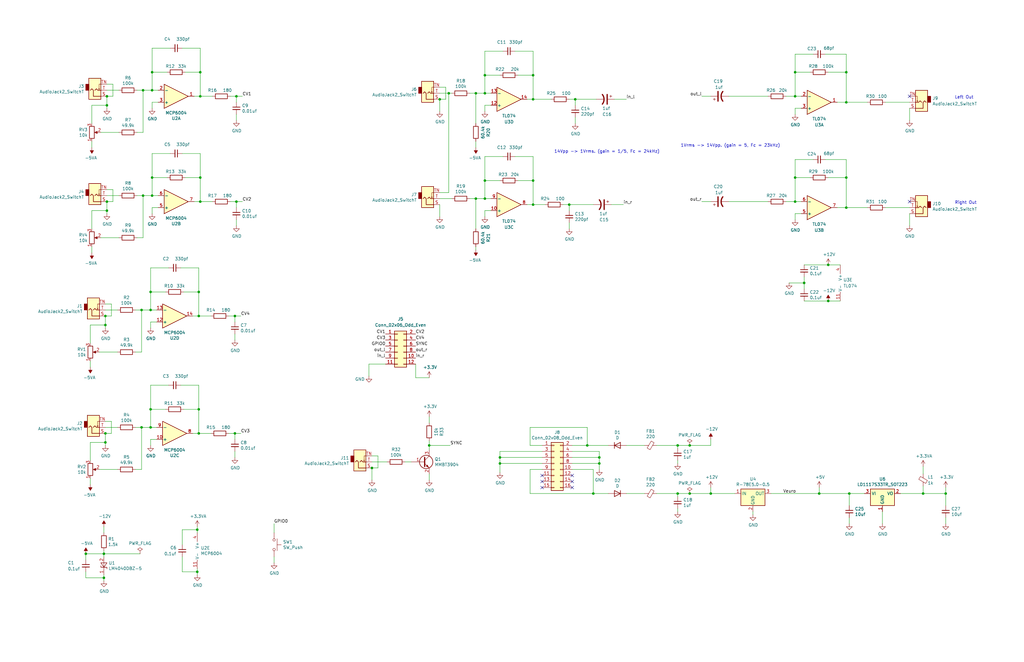
<source format=kicad_sch>
(kicad_sch (version 20230121) (generator eeschema)
  (paper "B")
  (title_block (title "S3GTA") (date "2023-09-04") (rev "v0.2"))
  (junction (at 63.5 123.19))
  (junction (at 290.83 187.96))
  (junction (at 83.185 223.52))
  (junction (at 84.455 74.93))
  (junction (at 180.975 187.96))
  (junction (at 398.78 208.28))
  (junction (at 335.28 74.93))
  (junction (at 60.325 82.55))
  (junction (at 224.79 76.2))
  (junction (at 335.28 85.09))
  (junction (at 99.695 85.09))
  (junction (at 335.28 30.48))
  (junction (at 204.47 83.82))
  (junction (at 44.45 137.16))
  (junction (at 63.5 130.81))
  (junction (at 356.87 43.18))
  (junction (at 204.47 39.37))
  (junction (at 204.47 76.2))
  (junction (at 299.72 208.28))
  (junction (at 44.45 133.35))
  (junction (at 339.09 119.38))
  (junction (at 44.45 182.88))
  (junction (at 210.82 195.58))
  (junction (at 242.57 41.91))
  (junction (at 45.085 85.09))
  (junction (at 45.085 88.9))
  (junction (at 63.5 180.34))
  (junction (at 99.06 133.35))
  (junction (at 99.695 40.64))
  (junction (at 240.03 86.36))
  (junction (at 64.135 38.1))
  (junction (at 84.455 85.09))
  (junction (at 285.75 187.96))
  (junction (at 290.83 208.28))
  (junction (at 84.455 30.48))
  (junction (at 224.79 31.75))
  (junction (at 99.06 182.88))
  (junction (at 224.79 41.91))
  (junction (at 356.87 30.48))
  (junction (at 83.185 241.3))
  (junction (at 210.82 193.04))
  (junction (at 224.79 86.36))
  (junction (at 64.135 82.55))
  (junction (at 345.44 208.28))
  (junction (at 356.87 87.63))
  (junction (at 63.5 172.72))
  (junction (at 83.82 172.72))
  (junction (at 45.085 44.45))
  (junction (at 349.25 111.76))
  (junction (at 45.085 40.64))
  (junction (at 389.255 208.28))
  (junction (at 44.45 186.69))
  (junction (at 358.14 208.28))
  (junction (at 83.82 123.19))
  (junction (at 200.66 83.82))
  (junction (at 84.455 40.64))
  (junction (at 43.815 243.84))
  (junction (at 43.815 233.68))
  (junction (at 285.75 208.28))
  (junction (at 59.69 130.81))
  (junction (at 64.135 74.93))
  (junction (at 252.73 195.58))
  (junction (at 83.82 133.35))
  (junction (at 349.25 127))
  (junction (at 204.47 31.75))
  (junction (at 247.65 187.96))
  (junction (at 64.135 30.48))
  (junction (at 356.87 74.93))
  (junction (at 36.195 233.68))
  (junction (at 59.69 180.34))
  (junction (at 83.82 182.88))
  (junction (at 250.19 208.28))
  (junction (at 189.23 39.37))
  (junction (at 60.325 38.1))
  (junction (at 200.66 39.37))
  (junction (at 156.845 197.485))
  (junction (at 335.28 40.64))
  (junction (at 252.73 193.04))
  (junction (at 185.42 41.91))
  (no_connect (at 241.3 203.2))
  (no_connect (at 228.6 205.74))
  (no_connect (at 241.3 205.74))
  (no_connect (at 228.6 203.2))
  (no_connect (at 383.54 40.64))
  (no_connect (at 383.54 85.09))
  (no_connect (at 228.6 200.66))
  (no_connect (at 241.3 200.66))
  (wire (pts (xy 339.09 127) (xy 349.25 127)))
  (wire (pts (xy 185.42 81.28) (xy 189.23 81.28)))
  (wire (pts (xy 217.17 21.59) (xy 224.79 21.59)))
  (wire (pts (xy 156.845 197.485) (xy 156.845 202.565)))
  (wire (pts (xy 115.57 220.98) (xy 115.57 224.79)))
  (wire (pts (xy 185.42 36.83) (xy 187.96 36.83)))
  (wire (pts (xy 78.105 74.93) (xy 84.455 74.93)))
  (wire (pts (xy 84.455 64.77) (xy 84.455 74.93)))
  (wire (pts (xy 45.085 82.55) (xy 50.165 82.55)))
  (wire (pts (xy 356.87 87.63) (xy 365.76 87.63)))
  (wire (pts (xy 60.325 55.88) (xy 60.325 38.1)))
  (wire (pts (xy 45.085 35.56) (xy 47.625 35.56)))
  (wire (pts (xy 170.815 194.945) (xy 173.355 194.945)))
  (wire (pts (xy 224.79 86.36) (xy 229.87 86.36)))
  (wire (pts (xy 345.44 208.28) (xy 345.44 205.74)))
  (wire (pts (xy 241.3 198.12) (xy 250.19 198.12)))
  (wire (pts (xy 64.135 20.32) (xy 64.135 30.48)))
  (wire (pts (xy 372.11 220.98) (xy 372.11 215.9)))
  (wire (pts (xy 46.99 177.8) (xy 46.99 182.88)))
  (wire (pts (xy 200.66 62.23) (xy 200.66 59.69)))
  (wire (pts (xy 44.45 133.35) (xy 44.45 137.16)))
  (wire (pts (xy 83.185 223.52) (xy 76.835 223.52)))
  (wire (pts (xy 257.81 86.36) (xy 262.89 86.36)))
  (wire (pts (xy 76.835 223.52) (xy 76.835 229.87)))
  (wire (pts (xy 398.78 218.44) (xy 398.78 220.98)))
  (wire (pts (xy 84.455 74.93) (xy 84.455 85.09)))
  (wire (pts (xy 224.79 86.36) (xy 222.25 86.36)))
  (wire (pts (xy 83.82 123.19) (xy 83.82 133.35)))
  (wire (pts (xy 228.6 198.12) (xy 223.52 198.12)))
  (wire (pts (xy 57.15 180.34) (xy 59.69 180.34)))
  (wire (pts (xy 76.835 64.77) (xy 84.455 64.77)))
  (wire (pts (xy 241.3 193.04) (xy 252.73 193.04)))
  (wire (pts (xy 43.815 224.79) (xy 43.815 222.25)))
  (wire (pts (xy 83.82 113.03) (xy 83.82 123.19)))
  (wire (pts (xy 60.325 100.33) (xy 60.325 82.55)))
  (wire (pts (xy 63.5 185.42) (xy 63.5 187.96)))
  (wire (pts (xy 57.785 38.1) (xy 60.325 38.1)))
  (wire (pts (xy 317.5 215.9) (xy 317.5 217.17)))
  (wire (pts (xy 252.73 193.04) (xy 252.73 195.58)))
  (wire (pts (xy 252.73 195.58) (xy 252.73 198.12)))
  (wire (pts (xy 99.06 182.88) (xy 101.6 182.88)))
  (wire (pts (xy 57.785 82.55) (xy 60.325 82.55)))
  (wire (pts (xy 207.01 88.9) (xy 204.47 88.9)))
  (wire (pts (xy 383.54 90.17) (xy 383.54 95.25)))
  (wire (pts (xy 38.735 44.45) (xy 38.735 52.07)))
  (wire (pts (xy 99.695 85.09) (xy 102.235 85.09)))
  (wire (pts (xy 276.86 208.28) (xy 285.75 208.28)))
  (wire (pts (xy 76.2 162.56) (xy 83.82 162.56)))
  (wire (pts (xy 45.085 88.9) (xy 45.085 90.17)))
  (wire (pts (xy 66.04 135.89) (xy 63.5 135.89)))
  (wire (pts (xy 59.69 148.59) (xy 59.69 130.81)))
  (wire (pts (xy 57.15 148.59) (xy 59.69 148.59)))
  (wire (pts (xy 46.99 128.27) (xy 46.99 133.35)))
  (wire (pts (xy 47.625 80.01) (xy 47.625 85.09)))
  (wire (pts (xy 250.19 208.28) (xy 250.19 198.12)))
  (wire (pts (xy 57.785 55.88) (xy 60.325 55.88)))
  (wire (pts (xy 341.63 30.48) (xy 335.28 30.48)))
  (wire (pts (xy 83.82 172.72) (xy 83.82 182.88)))
  (wire (pts (xy 347.98 22.86) (xy 356.87 22.86)))
  (wire (pts (xy 200.66 52.07) (xy 200.66 39.37)))
  (wire (pts (xy 224.79 76.2) (xy 224.79 86.36)))
  (wire (pts (xy 180.975 175.895) (xy 180.975 178.435)))
  (wire (pts (xy 373.38 87.63) (xy 383.54 87.63)))
  (wire (pts (xy 155.575 153.67) (xy 155.575 158.75)))
  (wire (pts (xy 224.79 31.75) (xy 224.79 41.91)))
  (wire (pts (xy 335.28 90.17) (xy 335.28 92.71)))
  (wire (pts (xy 59.69 198.12) (xy 59.69 180.34)))
  (wire (pts (xy 212.09 66.04) (xy 204.47 66.04)))
  (wire (pts (xy 185.42 39.37) (xy 189.23 39.37)))
  (wire (pts (xy 63.5 172.72) (xy 63.5 180.34)))
  (wire (pts (xy 44.45 180.34) (xy 49.53 180.34)))
  (wire (pts (xy 83.185 241.3) (xy 76.835 241.3)))
  (wire (pts (xy 285.75 194.31) (xy 285.75 195.58)))
  (wire (pts (xy 45.085 88.9) (xy 38.735 88.9)))
  (wire (pts (xy 44.45 137.16) (xy 38.1 137.16)))
  (wire (pts (xy 159.385 197.485) (xy 156.845 197.485)))
  (wire (pts (xy 64.135 74.93) (xy 64.135 82.55)))
  (wire (pts (xy 189.23 39.37) (xy 190.5 39.37)))
  (wire (pts (xy 335.28 45.72) (xy 335.28 48.26)))
  (wire (pts (xy 44.45 182.88) (xy 44.45 186.69)))
  (wire (pts (xy 38.735 59.69) (xy 38.735 62.23)))
  (wire (pts (xy 180.975 187.96) (xy 180.975 189.865)))
  (wire (pts (xy 38.1 137.16) (xy 38.1 144.78)))
  (wire (pts (xy 83.82 162.56) (xy 83.82 172.72)))
  (wire (pts (xy 358.14 208.28) (xy 364.49 208.28)))
  (wire (pts (xy 389.255 200.025) (xy 389.255 196.85)))
  (wire (pts (xy 84.455 40.64) (xy 89.535 40.64)))
  (wire (pts (xy 180.975 187.96) (xy 189.865 187.96)))
  (wire (pts (xy 83.185 242.57) (xy 83.185 241.3)))
  (wire (pts (xy 210.82 31.75) (xy 204.47 31.75)))
  (wire (pts (xy 99.695 95.25) (xy 99.695 92.71)))
  (wire (pts (xy 70.485 30.48) (xy 64.135 30.48)))
  (wire (pts (xy 83.82 133.35) (xy 88.9 133.35)))
  (wire (pts (xy 59.69 180.34) (xy 63.5 180.34)))
  (wire (pts (xy 285.75 187.96) (xy 290.83 187.96)))
  (wire (pts (xy 97.155 40.64) (xy 99.695 40.64)))
  (wire (pts (xy 349.25 74.93) (xy 356.87 74.93)))
  (wire (pts (xy 210.82 190.5) (xy 210.82 193.04)))
  (wire (pts (xy 204.47 39.37) (xy 207.01 39.37)))
  (wire (pts (xy 83.185 241.3) (xy 83.185 240.03)))
  (wire (pts (xy 36.195 236.22) (xy 36.195 233.68)))
  (wire (pts (xy 47.625 40.64) (xy 45.085 40.64)))
  (wire (pts (xy 38.735 88.9) (xy 38.735 96.52)))
  (wire (pts (xy 228.6 193.04) (xy 210.82 193.04)))
  (wire (pts (xy 76.835 20.32) (xy 84.455 20.32)))
  (wire (pts (xy 189.23 39.37) (xy 189.23 81.28)))
  (wire (pts (xy 63.5 123.19) (xy 63.5 130.81)))
  (wire (pts (xy 237.49 86.36) (xy 240.03 86.36)))
  (wire (pts (xy 223.52 180.34) (xy 247.65 180.34)))
  (wire (pts (xy 228.6 190.5) (xy 210.82 190.5)))
  (wire (pts (xy 242.57 52.07) (xy 242.57 49.53)))
  (wire (pts (xy 299.72 208.28) (xy 299.72 205.74)))
  (wire (pts (xy 224.79 41.91) (xy 222.25 41.91)))
  (wire (pts (xy 83.185 223.52) (xy 83.185 224.79)))
  (wire (pts (xy 335.28 85.09) (xy 337.82 85.09)))
  (wire (pts (xy 66.675 43.18) (xy 64.135 43.18)))
  (wire (pts (xy 217.17 66.04) (xy 224.79 66.04)))
  (wire (pts (xy 84.455 85.09) (xy 81.915 85.09)))
  (wire (pts (xy 325.12 208.28) (xy 345.44 208.28)))
  (wire (pts (xy 78.105 30.48) (xy 84.455 30.48)))
  (wire (pts (xy 99.06 143.51) (xy 99.06 140.97)))
  (wire (pts (xy 224.79 66.04) (xy 224.79 76.2)))
  (wire (pts (xy 210.82 76.2) (xy 204.47 76.2)))
  (wire (pts (xy 356.87 43.18) (xy 353.06 43.18)))
  (wire (pts (xy 358.14 220.98) (xy 358.14 218.44)))
  (wire (pts (xy 76.2 113.03) (xy 83.82 113.03)))
  (wire (pts (xy 96.52 182.88) (xy 99.06 182.88)))
  (wire (pts (xy 63.5 135.89) (xy 63.5 138.43)))
  (wire (pts (xy 64.135 82.55) (xy 66.675 82.55)))
  (wire (pts (xy 96.52 133.35) (xy 99.06 133.35)))
  (wire (pts (xy 187.96 36.83) (xy 187.96 41.91)))
  (wire (pts (xy 36.195 241.3) (xy 36.195 243.84)))
  (wire (pts (xy 64.135 64.77) (xy 64.135 74.93)))
  (wire (pts (xy 389.255 208.28) (xy 389.255 205.105)))
  (wire (pts (xy 295.91 40.64) (xy 299.72 40.64)))
  (wire (pts (xy 47.625 85.09) (xy 45.085 85.09)))
  (wire (pts (xy 356.87 67.31) (xy 356.87 74.93)))
  (wire (pts (xy 223.52 198.12) (xy 223.52 208.28)))
  (wire (pts (xy 259.08 41.91) (xy 264.16 41.91)))
  (wire (pts (xy 60.325 82.55) (xy 64.135 82.55)))
  (wire (pts (xy 185.42 86.36) (xy 185.42 91.44)))
  (wire (pts (xy 240.03 86.36) (xy 240.03 88.9)))
  (wire (pts (xy 66.675 87.63) (xy 64.135 87.63)))
  (wire (pts (xy 84.455 20.32) (xy 84.455 30.48)))
  (wire (pts (xy 349.25 30.48) (xy 356.87 30.48)))
  (wire (pts (xy 342.9 22.86) (xy 335.28 22.86)))
  (wire (pts (xy 38.1 201.93) (xy 38.1 204.47)))
  (wire (pts (xy 285.75 215.9) (xy 285.75 214.63)))
  (wire (pts (xy 200.66 105.41) (xy 200.66 104.14)))
  (wire (pts (xy 77.47 123.19) (xy 83.82 123.19)))
  (wire (pts (xy 347.98 67.31) (xy 356.87 67.31)))
  (wire (pts (xy 99.06 193.04) (xy 99.06 190.5)))
  (wire (pts (xy 76.835 241.3) (xy 76.835 234.95)))
  (wire (pts (xy 71.755 64.77) (xy 64.135 64.77)))
  (wire (pts (xy 204.47 76.2) (xy 204.47 83.82)))
  (wire (pts (xy 115.57 237.49) (xy 115.57 234.95)))
  (wire (pts (xy 264.16 208.28) (xy 271.78 208.28)))
  (wire (pts (xy 335.28 40.64) (xy 337.82 40.64)))
  (wire (pts (xy 84.455 30.48) (xy 84.455 40.64)))
  (wire (pts (xy 307.34 85.09) (xy 323.85 85.09)))
  (wire (pts (xy 354.33 111.76) (xy 349.25 111.76)))
  (wire (pts (xy 204.47 21.59) (xy 204.47 31.75)))
  (wire (pts (xy 264.16 187.96) (xy 271.78 187.96)))
  (wire (pts (xy 204.47 66.04) (xy 204.47 76.2)))
  (wire (pts (xy 290.83 187.96) (xy 299.72 187.96)))
  (wire (pts (xy 45.085 85.09) (xy 45.085 88.9)))
  (wire (pts (xy 38.1 186.69) (xy 38.1 194.31)))
  (wire (pts (xy 398.78 208.28) (xy 398.78 213.36)))
  (wire (pts (xy 228.6 187.96) (xy 223.52 187.96)))
  (wire (pts (xy 356.87 43.18) (xy 365.76 43.18)))
  (wire (pts (xy 180.975 186.055) (xy 180.975 187.96)))
  (wire (pts (xy 63.5 113.03) (xy 63.5 123.19)))
  (wire (pts (xy 335.28 22.86) (xy 335.28 30.48)))
  (wire (pts (xy 200.66 96.52) (xy 200.66 83.82)))
  (wire (pts (xy 64.135 38.1) (xy 66.675 38.1)))
  (wire (pts (xy 46.99 182.88) (xy 44.45 182.88)))
  (wire (pts (xy 242.57 41.91) (xy 242.57 44.45)))
  (wire (pts (xy 70.485 74.93) (xy 64.135 74.93)))
  (wire (pts (xy 218.44 31.75) (xy 224.79 31.75)))
  (wire (pts (xy 207.01 44.45) (xy 204.47 44.45)))
  (wire (pts (xy 59.69 130.81) (xy 63.5 130.81)))
  (wire (pts (xy 43.815 243.84) (xy 43.815 242.57)))
  (wire (pts (xy 240.03 41.91) (xy 242.57 41.91)))
  (wire (pts (xy 99.695 85.09) (xy 99.695 87.63)))
  (wire (pts (xy 299.72 208.28) (xy 309.88 208.28)))
  (wire (pts (xy 180.975 200.025) (xy 180.975 202.565)))
  (wire (pts (xy 99.695 40.64) (xy 102.235 40.64)))
  (wire (pts (xy 240.03 86.36) (xy 250.19 86.36)))
  (wire (pts (xy 63.5 162.56) (xy 63.5 172.72)))
  (wire (pts (xy 42.545 100.33) (xy 50.165 100.33)))
  (wire (pts (xy 198.12 83.82) (xy 200.66 83.82)))
  (wire (pts (xy 38.1 152.4) (xy 38.1 154.94)))
  (wire (pts (xy 57.15 130.81) (xy 59.69 130.81)))
  (wire (pts (xy 204.47 88.9) (xy 204.47 91.44)))
  (wire (pts (xy 69.85 123.19) (xy 63.5 123.19)))
  (wire (pts (xy 335.28 90.17) (xy 337.82 90.17)))
  (wire (pts (xy 97.155 85.09) (xy 99.695 85.09)))
  (wire (pts (xy 200.66 39.37) (xy 204.47 39.37)))
  (wire (pts (xy 342.9 67.31) (xy 335.28 67.31)))
  (wire (pts (xy 45.085 44.45) (xy 45.085 45.72)))
  (wire (pts (xy 84.455 40.64) (xy 81.915 40.64)))
  (wire (pts (xy 256.54 208.28) (xy 250.19 208.28)))
  (wire (pts (xy 252.73 190.5) (xy 252.73 193.04)))
  (wire (pts (xy 57.15 198.12) (xy 59.69 198.12)))
  (wire (pts (xy 99.06 133.35) (xy 101.6 133.35)))
  (wire (pts (xy 83.82 133.35) (xy 81.28 133.35)))
  (wire (pts (xy 218.44 76.2) (xy 224.79 76.2)))
  (wire (pts (xy 83.82 182.88) (xy 88.9 182.88)))
  (wire (pts (xy 83.185 222.25) (xy 83.185 223.52)))
  (wire (pts (xy 200.66 83.82) (xy 204.47 83.82)))
  (wire (pts (xy 285.75 208.28) (xy 290.83 208.28)))
  (wire (pts (xy 241.3 195.58) (xy 252.73 195.58)))
  (wire (pts (xy 185.42 83.82) (xy 190.5 83.82)))
  (wire (pts (xy 71.755 20.32) (xy 64.135 20.32)))
  (wire (pts (xy 356.87 22.86) (xy 356.87 30.48)))
  (wire (pts (xy 99.695 50.8) (xy 99.695 48.26)))
  (wire (pts (xy 212.09 21.59) (xy 204.47 21.59)))
  (wire (pts (xy 241.3 190.5) (xy 252.73 190.5)))
  (wire (pts (xy 398.78 205.74) (xy 398.78 208.28)))
  (wire (pts (xy 187.96 41.91) (xy 185.42 41.91)))
  (wire (pts (xy 36.195 243.84) (xy 43.815 243.84)))
  (wire (pts (xy 358.14 208.28) (xy 358.14 213.36)))
  (wire (pts (xy 285.75 187.96) (xy 285.75 189.23)))
  (wire (pts (xy 240.03 96.52) (xy 240.03 93.98)))
  (wire (pts (xy 335.28 45.72) (xy 337.82 45.72)))
  (wire (pts (xy 43.815 245.11) (xy 43.815 243.84)))
  (wire (pts (xy 155.575 153.67) (xy 162.56 153.67)))
  (wire (pts (xy 210.82 195.58) (xy 210.82 199.39)))
  (wire (pts (xy 224.79 21.59) (xy 224.79 31.75)))
  (wire (pts (xy 44.45 128.27) (xy 46.99 128.27)))
  (wire (pts (xy 379.73 208.28) (xy 389.255 208.28)))
  (wire (pts (xy 156.845 192.405) (xy 159.385 192.405)))
  (wire (pts (xy 204.47 83.82) (xy 207.01 83.82)))
  (wire (pts (xy 223.52 208.28) (xy 250.19 208.28)))
  (wire (pts (xy 60.325 38.1) (xy 64.135 38.1)))
  (wire (pts (xy 339.09 119.38) (xy 339.09 121.92)))
  (wire (pts (xy 64.135 43.18) (xy 64.135 45.72)))
  (wire (pts (xy 339.09 116.84) (xy 339.09 119.38)))
  (wire (pts (xy 373.38 43.18) (xy 383.54 43.18)))
  (wire (pts (xy 43.815 233.68) (xy 59.055 233.68)))
  (wire (pts (xy 247.65 180.34) (xy 247.65 187.96)))
  (wire (pts (xy 159.385 192.405) (xy 159.385 197.485)))
  (wire (pts (xy 335.28 74.93) (xy 335.28 85.09)))
  (wire (pts (xy 84.455 85.09) (xy 89.535 85.09)))
  (wire (pts (xy 276.86 187.96) (xy 285.75 187.96)))
  (wire (pts (xy 41.91 148.59) (xy 49.53 148.59)))
  (wire (pts (xy 204.47 31.75) (xy 204.47 39.37)))
  (wire (pts (xy 331.47 40.64) (xy 335.28 40.64)))
  (wire (pts (xy 45.085 38.1) (xy 50.165 38.1)))
  (wire (pts (xy 64.135 87.63) (xy 64.135 90.17)))
  (wire (pts (xy 228.6 195.58) (xy 210.82 195.58)))
  (wire (pts (xy 299.72 187.96) (xy 299.72 185.42)))
  (wire (pts (xy 44.45 186.69) (xy 38.1 186.69)))
  (wire (pts (xy 47.625 35.56) (xy 47.625 40.64)))
  (wire (pts (xy 223.52 187.96) (xy 223.52 180.34)))
  (wire (pts (xy 247.65 187.96) (xy 241.3 187.96)))
  (wire (pts (xy 383.54 45.72) (xy 383.54 50.8)))
  (wire (pts (xy 45.085 44.45) (xy 38.735 44.45)))
  (wire (pts (xy 349.25 127) (xy 354.33 127)))
  (wire (pts (xy 204.47 44.45) (xy 204.47 46.99)))
  (wire (pts (xy 63.5 130.81) (xy 66.04 130.81)))
  (wire (pts (xy 36.195 233.68) (xy 43.815 233.68)))
  (wire (pts (xy 44.45 177.8) (xy 46.99 177.8)))
  (wire (pts (xy 43.815 233.68) (xy 43.815 232.41)))
  (wire (pts (xy 335.28 30.48) (xy 335.28 40.64)))
  (wire (pts (xy 185.42 41.91) (xy 185.42 46.99)))
  (wire (pts (xy 339.09 119.38) (xy 332.74 119.38)))
  (wire (pts (xy 335.28 67.31) (xy 335.28 74.93)))
  (wire (pts (xy 356.87 74.93) (xy 356.87 87.63)))
  (wire (pts (xy 44.45 137.16) (xy 44.45 138.43)))
  (wire (pts (xy 63.5 180.34) (xy 66.04 180.34)))
  (wire (pts (xy 180.975 159.385) (xy 175.26 159.385)))
  (wire (pts (xy 389.255 208.28) (xy 398.78 208.28)))
  (wire (pts (xy 64.135 30.48) (xy 64.135 38.1)))
  (wire (pts (xy 41.91 198.12) (xy 49.53 198.12)))
  (wire (pts (xy 356.87 30.48) (xy 356.87 43.18)))
  (wire (pts (xy 175.26 159.385) (xy 175.26 153.67)))
  (wire (pts (xy 290.83 208.28) (xy 299.72 208.28)))
  (wire (pts (xy 83.82 182.88) (xy 81.28 182.88)))
  (wire (pts (xy 45.085 40.64) (xy 45.085 44.45)))
  (wire (pts (xy 44.45 130.81) (xy 49.53 130.81)))
  (wire (pts (xy 224.79 41.91) (xy 232.41 41.91)))
  (wire (pts (xy 57.785 100.33) (xy 60.325 100.33)))
  (wire (pts (xy 156.845 194.945) (xy 163.195 194.945)))
  (wire (pts (xy 210.82 193.04) (xy 210.82 195.58)))
  (wire (pts (xy 71.12 113.03) (xy 63.5 113.03)))
  (wire (pts (xy 198.12 39.37) (xy 200.66 39.37)))
  (wire (pts (xy 285.75 208.28) (xy 285.75 209.55)))
  (wire (pts (xy 247.65 187.96) (xy 256.54 187.96)))
  (wire (pts (xy 99.695 40.64) (xy 99.695 43.18)))
  (wire (pts (xy 331.47 85.09) (xy 335.28 85.09)))
  (wire (pts (xy 345.44 208.28) (xy 358.14 208.28)))
  (wire (pts (xy 66.04 185.42) (xy 63.5 185.42)))
  (wire (pts (xy 43.815 234.95) (xy 43.815 233.68)))
  (wire (pts (xy 356.87 87.63) (xy 353.06 87.63)))
  (wire (pts (xy 295.91 85.09) (xy 299.72 85.09)))
  (wire (pts (xy 69.85 172.72) (xy 63.5 172.72)))
  (wire (pts (xy 341.63 74.93) (xy 335.28 74.93)))
  (wire (pts (xy 77.47 172.72) (xy 83.82 172.72)))
  (wire (pts (xy 242.57 41.91) (xy 251.46 41.91)))
  (wire (pts (xy 99.06 133.35) (xy 99.06 135.89)))
  (wire (pts (xy 46.99 133.35) (xy 44.45 133.35)))
  (wire (pts (xy 42.545 55.88) (xy 50.165 55.88)))
  (wire (pts (xy 38.735 104.14) (xy 38.735 106.68)))
  (wire (pts (xy 44.45 186.69) (xy 44.45 187.96)))
  (wire (pts (xy 307.34 40.64) (xy 323.85 40.64)))
  (wire (pts (xy 349.25 111.76) (xy 339.09 111.76)))
  (wire (pts (xy 99.06 182.88) (xy 99.06 185.42)))
  (wire (pts (xy 45.085 80.01) (xy 47.625 80.01)))
  (wire (pts (xy 71.12 162.56) (xy 63.5 162.56)))
  (text "1Vrms -> 14Vpp. (gain = 5, Fc = 23kHz)" (at 287.02 62.23 0) (effects (font (size 1.27 1.27)) (justify left bottom)))
  (text "14Vpp -> 1Vrms. (gain = 1/5, Fc = 24kHz)" (at 233.68 64.77 0) (effects (font (size 1.27 1.27)) (justify left bottom)))
  (text "Right Out" (at 402.59 86.36 0) (effects (font (size 1.27 1.27)) (justify left bottom)))
  (text "Left Out" (at 402.59 41.91 0) (effects (font (size 1.27 1.27)) (justify left bottom)))
  (label "out_r" (at 295.91 85.09 180))
  (label "CV3" (at 162.56 143.51 180))
  (label "CV2" (at 175.26 140.97 0))
  (label "out_l" (at 295.91 40.64 180))
  (label "SYNC" (at 189.865 187.96 0))
  (label "in_l" (at 162.56 151.13 180))
  (label "CV1" (at 102.235 40.64 0))
  (label "out_r" (at 175.26 148.59 0))
  (label "CV4" (at 175.26 143.51 0))
  (label "CV4" (at 101.6 133.35 0))
  (label "CV3" (at 101.6 182.88 0))
  (label "GPIO0" (at 162.56 146.05 180))
  (label "in_r" (at 262.89 86.36 0))
  (label "GPIO0" (at 115.57 220.98 0))
  (label "in_l" (at 264.16 41.91 0))
  (label "Veuro" (at 330.2 208.28 0))
  (label "SYNC" (at 175.26 146.05 0))
  (label "CV1" (at 162.56 140.97 180))
  (label "out_l" (at 162.56 148.59 180))
  (label "CV2" (at 102.235 85.09 0))
  (label "in_r" (at 175.26 151.13 0))
  (symbol (lib_id "power:GND") (at 335.28 48.26 0) (unit 1)
    (property "Reference" "#PWR040" (effects hide))
    (property "Value" "GND" (at 335.407 52.6542 0))
  )
  (symbol (lib_id "Device:C_Small") (at 214.63 66.04 270) (unit 1)
    (property "Reference" "C12" (at 209.55 62.23 90) (effects (justify left)))
    (property "Value" "330pf" (at 214.63 62.23 90) (effects (justify left)))
    (property "Footprint" "Capacitor_SMD:C_0603_1608Metric" (effects hide))
  )
  (symbol (lib_id "Device:Q_NPN_BEC") (at 178.435 194.945 0) (unit 1)
    (property "Reference" "Q1" (at 183.2864 193.7766 0) (effects (justify left)))
    (property "Value" "MMBT3904" (at 183.2864 196.088 0) (effects (justify left)))
    (property "Footprint" "Package_TO_SOT_SMD:SOT-23" (effects hide))
    (property "JLC" "https://jlcpcb.com/partdetail/Goodwork-MMBT3904/C909754" (effects hide))
  )
  (symbol (lib_id "power:GND") (at 44.45 138.43 0) (unit 1)
    (property "Reference" "#PWR08" (effects hide))
    (property "Value" "GND" (at 44.577 142.8242 0))
  )
  (symbol (lib_id "power:+3.3VA") (at 389.255 196.85 0) (unit 1)
    (property "Reference" "#PWR050" (effects hide))
    (property "Value" "+3.3VA" (at 389.636 192.4558 0))
  )
  (symbol (lib_id "Device:C_Small") (at 73.66 113.03 270) (unit 1)
    (property "Reference" "C2" (at 68.58 109.22 90) (effects (justify left)))
    (property "Value" "330pf" (at 73.66 109.22 90) (effects (justify left)))
    (property "Footprint" "Capacitor_SMD:C_0603_1608Metric" (effects hide))
  )
  (symbol (lib_id "Connector_Generic:Conn_02x08_Odd_Even") (at 233.68 195.58 0) (unit 1)
    (property "Reference" "J8" (at 234.95 182.4482 0))
    (property "Value" "Conn_02x08_Odd_Even" (at 234.95 184.7596 0))
    (property "Footprint" "footprints:con16_2X8_S4_TEC" (effects hide))
  )
  (symbol (lib_id "power:GND") (at 64.135 90.17 0) (unit 1)
    (property "Reference" "#PWR015" (effects hide))
    (property "Value" "GND" (at 64.262 94.5642 0))
  )
  (symbol (lib_id "Connector_Audio:AudioJack2_SwitchT") (at 40.005 38.1 0) (mirror x) (unit 1)
    (property "Reference" "J3" (at 35.4584 36.3982 0) (effects (justify right)))
    (property "Value" "AudioJack2_SwitchT" (at 35.4584 38.7096 0) (effects (justify right)))
    (property "Footprint" "footprints:Jack_3.5mm_QingPu_WQP-PJ398SM_Vertical_CircularHoles" (effects hide))
  )
  (symbol (lib_id "power:GND") (at 155.575 158.75 0) (unit 1)
    (property "Reference" "#PWR022" (effects hide))
    (property "Value" "GND" (at 151.765 160.02 0))
  )
  (symbol (lib_id "Device:R") (at 53.975 55.88 270) (unit 1)
    (property "Reference" "R7" (at 53.975 50.6222 90))
    (property "Value" "49.9k" (at 53.975 52.9336 90))
    (property "Footprint" "Resistor_SMD:R_0603_1608Metric" (effects hide))
  )
  (symbol (lib_id "Connector_Audio:AudioJack2_SwitchT") (at 40.005 82.55 0) (mirror x) (unit 1)
    (property "Reference" "J4" (at 35.4584 80.8482 0) (effects (justify right)))
    (property "Value" "AudioJack2_SwitchT" (at 35.4584 83.1596 0) (effects (justify right)))
    (property "Footprint" "footprints:Jack_3.5mm_QingPu_WQP-PJ398SM_Vertical_CircularHoles" (effects hide))
  )
  (symbol (lib_id "power:+3.3V") (at 398.78 205.74 0) (unit 1)
    (property "Reference" "#PWR049" (effects hide))
    (property "Value" "+3.3V" (at 399.161 201.3458 0))
  )
  (symbol (lib_id "Device:C_Small") (at 76.835 232.41 0) (unit 1)
    (property "Reference" "C6" (at 71.755 231.14 0) (effects (justify left)))
    (property "Value" "0.1uf" (at 69.215 233.68 0) (effects (justify left)))
    (property "Footprint" "Capacitor_SMD:C_0603_1608Metric" (effects hide))
  )
  (symbol (lib_id "Device:R") (at 74.295 74.93 270) (unit 1)
    (property "Reference" "R13" (at 71.755 72.39 90))
    (property "Value" "33k" (at 76.835 72.39 90))
    (property "Footprint" "Resistor_SMD:R_0603_1608Metric" (effects hide))
  )
  (symbol (lib_id "Amplifier_Operational:MCP6004") (at 73.66 133.35 0) (mirror x) (unit 4)
    (property "Reference" "U2" (at 73.66 142.6718 0))
    (property "Value" "MCP6004" (at 73.66 140.3604 0))
    (property "Footprint" "Package_SO:SOIC-14_3.9x8.7mm_P1.27mm" (effects hide))
    (property "Datasheet" "http://www.ti.com/lit/ds/symlink/tl081.pdf" (effects hide))
  )
  (symbol (lib_id "power:GND") (at 398.78 220.98 0) (unit 1)
    (property "Reference" "#PWR051" (effects hide))
    (property "Value" "GND" (at 398.907 225.3742 0))
  )
  (symbol (lib_id "Device:R") (at 236.22 41.91 270) (unit 1)
    (property "Reference" "R25" (at 232.41 39.37 90))
    (property "Value" "100" (at 238.76 39.37 90))
    (property "Footprint" "Resistor_SMD:R_0603_1608Metric" (effects hide))
  )
  (symbol (lib_id "Device:R") (at 73.66 123.19 270) (unit 1)
    (property "Reference" "R10" (at 71.12 120.65 90))
    (property "Value" "33k" (at 76.2 120.65 90))
    (property "Footprint" "Resistor_SMD:R_0603_1608Metric" (effects hide))
  )
  (symbol (lib_id "power:GND") (at 383.54 95.25 0) (unit 1)
    (property "Reference" "#PWR048" (effects hide))
    (property "Value" "GND" (at 383.667 99.6442 0))
  )
  (symbol (lib_id "power:GND") (at 99.695 95.25 0) (unit 1)
    (property "Reference" "#PWR021" (effects hide))
    (property "Value" "GND" (at 99.822 99.6442 0))
  )
  (symbol (lib_id "Device:R") (at 327.66 85.09 270) (unit 1)
    (property "Reference" "R27" (at 325.12 82.55 90))
    (property "Value" "20k" (at 330.2 82.55 90))
    (property "Footprint" "Resistor_SMD:R_0603_1608Metric" (effects hide))
  )
  (symbol (lib_id "power:GND") (at 156.845 202.565 0) (unit 1)
    (property "Reference" "#PWR053" (effects hide))
    (property "Value" "GND" (at 156.972 206.9592 0))
  )
  (symbol (lib_id "Device:C_Polarized_US") (at 254 86.36 270) (unit 1)
    (property "Reference" "C15" (at 252.73 92.71 90) (effects (justify left)))
    (property "Value" "1uf" (at 252.73 90.17 90) (effects (justify left)))
    (property "Footprint" "Capacitor_SMD:CP_Elec_4x5.3" (effects hide))
  )
  (symbol (lib_id "power:GND") (at 99.695 50.8 0) (unit 1)
    (property "Reference" "#PWR020" (effects hide))
    (property "Value" "GND" (at 99.822 55.1942 0))
  )
  (symbol (lib_id "power:-5VA") (at 38.735 106.68 180) (unit 1)
    (property "Reference" "#PWR05" (effects hide))
    (property "Value" "-5VA" (at 38.354 111.0742 0))
  )
  (symbol (lib_id "Device:R") (at 74.295 30.48 270) (unit 1)
    (property "Reference" "R12" (at 71.755 27.94 90))
    (property "Value" "33k" (at 76.835 27.94 90))
    (property "Footprint" "Resistor_SMD:R_0603_1608Metric" (effects hide))
  )
  (symbol (lib_id "power:GND") (at 332.74 119.38 0) (unit 1)
    (property "Reference" "#PWR039" (effects hide))
    (property "Value" "GND" (at 332.867 123.7742 0))
  )
  (symbol (lib_id "power:+3.3V") (at 180.975 159.385 0) (unit 1)
    (property "Reference" "#PWR023" (effects hide))
    (property "Value" "+3.3V" (at 181.356 154.9908 0))
  )
  (symbol (lib_id "Device:C_Small") (at 99.695 90.17 0) (unit 1)
    (property "Reference" "C10" (at 102.0318 89.0016 0) (effects (justify left)))
    (property "Value" "0.01uf" (at 102.0318 91.313 0) (effects (justify left)))
    (property "Footprint" "Capacitor_SMD:C_0603_1608Metric" (effects hide))
  )
  (symbol (lib_id "Device:C_Small") (at 240.03 91.44 0) (unit 1)
    (property "Reference" "C13" (at 242.3668 90.2716 0) (effects (justify left)))
    (property "Value" "220pf" (at 242.3668 92.583 0) (effects (justify left)))
    (property "Footprint" "Capacitor_SMD:C_0603_1608Metric" (effects hide))
  )
  (symbol (lib_id "power:GND") (at 99.06 143.51 0) (unit 1)
    (property "Reference" "#PWR018" (effects hide))
    (property "Value" "GND" (at 99.187 147.9042 0))
  )
  (symbol (lib_id "Device:R_Potentiometer") (at 38.1 198.12 0) (mirror x) (unit 1)
    (property "Reference" "RV2" (at 36.322 196.9516 0) (effects (justify right)))
    (property "Value" "10k" (at 36.322 199.263 0) (effects (justify right)))
    (property "Footprint" "footprints:R0904N" (effects hide))
  )
  (symbol (lib_id "power:GND") (at 383.54 50.8 0) (unit 1)
    (property "Reference" "#PWR047" (effects hide))
    (property "Value" "GND" (at 383.667 55.1942 0))
  )
  (symbol (lib_id "Device:C_Small") (at 285.75 212.09 0) (unit 1)
    (property "Reference" "C18" (at 288.0868 210.9216 0) (effects (justify left)))
    (property "Value" "1uf" (at 288.0868 213.233 0) (effects (justify left)))
    (property "Footprint" "Capacitor_SMD:C_0603_1608Metric" (effects hide))
  )
  (symbol (lib_id "power:-12V") (at 349.25 127 0) (unit 1)
    (property "Reference" "#PWR044" (effects hide))
    (property "Value" "-12V" (at 349.631 122.6058 0))
  )
  (symbol (lib_id "Device:C_Small") (at 214.63 21.59 270) (unit 1)
    (property "Reference" "C11" (at 209.55 17.78 90) (effects (justify left)))
    (property "Value" "330pf" (at 214.63 17.78 90) (effects (justify left)))
    (property "Footprint" "Capacitor_SMD:C_0603_1608Metric" (effects hide))
  )
  (symbol (lib_id "Device:C_Polarized_US") (at 303.53 40.64 90) (unit 1)
    (property "Reference" "C19" (at 304.8 34.29 90) (effects (justify left)))
    (property "Value" "1uf" (at 304.8 36.83 90) (effects (justify left)))
    (property "Footprint" "Capacitor_SMD:CP_Elec_4x5.3" (effects hide))
  )
  (symbol (lib_id "Device:R") (at 43.815 228.6 180) (unit 1)
    (property "Reference" "R1" (at 45.593 227.4316 0) (effects (justify right)))
    (property "Value" "1.5k" (at 45.593 229.743 0) (effects (justify right)))
    (property "Footprint" "Resistor_SMD:R_0603_1608Metric" (effects hide))
  )
  (symbol (lib_id "Connector_Audio:AudioJack2_SwitchT") (at 180.34 39.37 0) (mirror x) (unit 1)
    (property "Reference" "J6" (at 175.7934 37.6682 0) (effects (justify right)))
    (property "Value" "AudioJack2_SwitchT" (at 175.7934 39.9796 0) (effects (justify right)))
    (property "Footprint" "footprints:Jack_3.5mm_QingPu_WQP-PJ398SM_Vertical_CircularHoles" (effects hide))
  )
  (symbol (lib_id "power:-5VA") (at 36.195 233.68 0) (unit 1)
    (property "Reference" "#PWR01" (effects hide))
    (property "Value" "-5VA" (at 36.576 229.2858 0))
  )
  (symbol (lib_id "power:GND") (at 372.11 220.98 0) (unit 1)
    (property "Reference" "#PWR046" (effects hide))
    (property "Value" "GND" (at 372.237 225.3742 0))
  )
  (symbol (lib_id "Device:C_Small") (at 339.09 124.46 0) (unit 1)
    (property "Reference" "C22" (at 341.4268 123.2916 0) (effects (justify left)))
    (property "Value" "0.1uf" (at 341.4268 125.603 0) (effects (justify left)))
    (property "Footprint" "Capacitor_SMD:C_0603_1608Metric" (effects hide))
  )
  (symbol (lib_id "power:GND") (at 358.14 220.98 0) (unit 1)
    (property "Reference" "#PWR045" (effects hide))
    (property "Value" "GND" (at 358.267 225.3742 0))
  )
  (symbol (lib_id "Connector_Audio:AudioJack2_SwitchT") (at 39.37 180.34 0) (mirror x) (unit 1)
    (property "Reference" "J2" (at 34.8234 178.6382 0) (effects (justify right)))
    (property "Value" "AudioJack2_SwitchT" (at 34.8234 180.9496 0) (effects (justify right)))
    (property "Footprint" "footprints:Jack_3.5mm_QingPu_WQP-PJ398SM_Vertical_CircularHoles" (effects hide))
  )
  (symbol (lib_id "Device:R_Potentiometer") (at 38.735 100.33 0) (mirror x) (unit 1)
    (property "Reference" "RV4" (at 36.957 99.1616 0) (effects (justify right)))
    (property "Value" "10k" (at 36.957 101.473 0) (effects (justify right)))
    (property "Footprint" "footprints:R0904N" (effects hide))
  )
  (symbol (lib_id "power:GND") (at 210.82 199.39 0) (unit 1)
    (property "Reference" "#PWR030" (effects hide))
    (property "Value" "GND" (at 210.947 203.7842 0))
  )
  (symbol (lib_id "Device:R") (at 369.57 43.18 270) (unit 1)
    (property "Reference" "R30" (at 367.03 40.64 90))
    (property "Value" "100" (at 372.11 40.64 90))
    (property "Footprint" "Resistor_SMD:R_0603_1608Metric" (effects hide))
  )
  (symbol (lib_id "power:GND") (at 43.815 245.11 0) (unit 1)
    (property "Reference" "#PWR07" (effects hide))
    (property "Value" "GND" (at 43.942 249.5042 0))
  )
  (symbol (lib_id "Device:R") (at 345.44 74.93 270) (unit 1)
    (property "Reference" "R29" (at 342.9 72.39 90))
    (property "Value" "100k" (at 349.25 72.39 90))
    (property "Footprint" "Resistor_SMD:R_0603_1608Metric" (effects hide))
  )
  (symbol (lib_id "Connector_Generic:Conn_02x06_Odd_Even") (at 167.64 146.05 0) (unit 1)
    (property "Reference" "J5" (at 168.91 134.62 0))
    (property "Value" "Conn_02x06_Odd_Even" (at 168.91 137.16 0))
    (property "Footprint" "Connector_PinSocket_2.54mm:PinSocket_2x06_P2.54mm_Vertical" (effects hide))
  )
  (symbol (lib_id "Amplifier_Operational:MCP6004") (at 85.725 232.41 0) (unit 5)
    (property "Reference" "U2" (at 84.6582 231.2416 0) (effects (justify left)))
    (property "Value" "MCP6004" (at 84.6582 233.553 0) (effects (justify left)))
    (property "Footprint" "Package_SO:SOIC-14_3.9x8.7mm_P1.27mm" (effects hide))
    (property "Datasheet" "http://www.ti.com/lit/ds/symlink/tl081.pdf" (effects hide))
  )
  (symbol (lib_id "power:PWR_FLAG") (at 290.83 187.96 0) (unit 1)
    (property "Reference" "#FLG02" (effects hide))
    (property "Value" "PWR_FLAG" (at 290.83 183.5658 0))
  )
  (symbol (lib_id "power:GND") (at 204.47 46.99 0) (unit 1)
    (property "Reference" "#PWR028" (effects hide))
    (property "Value" "GND" (at 204.597 51.3842 0))
  )
  (symbol (lib_id "Device:R") (at 53.34 198.12 270) (unit 1)
    (property "Reference" "R5" (at 53.34 192.8622 90))
    (property "Value" "49.9k" (at 53.34 195.1736 90))
    (property "Footprint" "Resistor_SMD:R_0603_1608Metric" (effects hide))
  )
  (symbol (lib_id "Connector_Audio:AudioJack2_SwitchT") (at 388.62 43.18 180) (unit 1)
    (property "Reference" "J9" (at 393.192 41.4782 0) (effects (justify right)))
    (property "Value" "AudioJack2_SwitchT" (at 393.192 43.7896 0) (effects (justify right)))
    (property "Footprint" "footprints:Jack_3.5mm_QingPu_WQP-PJ398SM_Vertical_CircularHoles" (effects hide))
  )
  (symbol (lib_id "Device:R") (at 345.44 30.48 270) (unit 1)
    (property "Reference" "R28" (at 342.9 27.94 90))
    (property "Value" "100k" (at 349.25 27.94 90))
    (property "Footprint" "Resistor_SMD:R_0603_1608Metric" (effects hide))
  )
  (symbol (lib_id "Device:C_Small") (at 99.695 45.72 0) (unit 1)
    (property "Reference" "C9" (at 102.0318 44.5516 0) (effects (justify left)))
    (property "Value" "0.01uf" (at 102.0318 46.863 0) (effects (justify left)))
    (property "Footprint" "Capacitor_SMD:C_0603_1608Metric" (effects hide))
  )
  (symbol (lib_id "Amplifier_Operational:TL074") (at 214.63 41.91 0) (mirror x) (unit 4)
    (property "Reference" "U3" (at 214.63 51.435 0))
    (property "Value" "TL074" (at 214.63 48.895 0))
    (property "Footprint" "Package_SO:SOIC-14_3.9x8.7mm_P1.27mm" (effects hide))
    (property "Datasheet" "http://www.ti.com/lit/ds/symlink/tl071.pdf" (effects hide))
  )
  (symbol (lib_id "Device:R") (at 327.66 40.64 270) (unit 1)
    (property "Reference" "R26" (at 325.12 38.1 90))
    (property "Value" "20k" (at 330.2 38.1 90))
    (property "Footprint" "Resistor_SMD:R_0603_1608Metric" (effects hide))
  )
  (symbol (lib_id "power:-12V") (at 299.72 185.42 0) (unit 1)
    (property "Reference" "#PWR036" (effects hide))
    (property "Value" "-12V" (at 300.101 181.0258 0))
  )
  (symbol (lib_id "power:GND") (at 204.47 91.44 0) (unit 1)
    (property "Reference" "#PWR029" (effects hide))
    (property "Value" "GND" (at 204.597 95.8342 0))
  )
  (symbol (lib_id "Device:C_Small") (at 358.14 215.9 0) (unit 1)
    (property "Reference" "C25" (at 360.4768 214.7316 0) (effects (justify left)))
    (property "Value" "10uf" (at 360.4768 217.043 0) (effects (justify left)))
    (property "Footprint" "Capacitor_SMD:C_0805_2012Metric" (effects hide))
  )
  (symbol (lib_id "power:GND") (at 185.42 91.44 0) (unit 1)
    (property "Reference" "#PWR025" (effects hide))
    (property "Value" "GND" (at 185.547 95.8342 0))
  )
  (symbol (lib_id "Device:R") (at 53.34 148.59 270) (unit 1)
    (property "Reference" "R3" (at 53.34 143.3322 90))
    (property "Value" "49.9k" (at 53.34 145.6436 90))
    (property "Footprint" "Resistor_SMD:R_0603_1608Metric" (effects hide))
  )
  (symbol (lib_id "power:GND") (at 63.5 187.96 0) (unit 1)
    (property "Reference" "#PWR013" (effects hide))
    (property "Value" "GND" (at 63.627 192.3542 0))
  )
  (symbol (lib_id "power:-5VA") (at 200.66 105.41 180) (unit 1)
    (property "Reference" "#PWR027" (effects hide))
    (property "Value" "-5VA" (at 200.279 109.8042 0))
  )
  (symbol (lib_id "Device:R") (at 233.68 86.36 270) (unit 1)
    (property "Reference" "R24" (at 229.87 83.82 90))
    (property "Value" "100" (at 236.22 83.82 90))
    (property "Footprint" "Resistor_SMD:R_0603_1608Metric" (effects hide))
  )
  (symbol (lib_id "Device:C_Small") (at 345.44 67.31 90) (unit 1)
    (property "Reference" "C24" (at 344.2716 64.9732 90) (effects (justify left)))
    (property "Value" "68pf" (at 351.79 64.77 90) (effects (justify left)))
    (property "Footprint" "Capacitor_SMD:C_0603_1608Metric" (effects hide))
  )
  (symbol (lib_id "Device:D") (at 260.35 208.28 180) (unit 1)
    (property "Reference" "D2" (at 260.35 202.7682 0))
    (property "Value" "D" (at 260.35 205.0796 0))
    (property "Footprint" "Diode_SMD:D_SMA" (effects hide))
    (property "Sim.Device" "D" (effects hide))
    (property "Sim.Pins" "1=K 2=A" (effects hide))
  )
  (symbol (lib_id "Amplifier_Operational:MCP6004") (at 73.66 182.88 0) (mirror x) (unit 3)
    (property "Reference" "U2" (at 73.66 192.2018 0))
    (property "Value" "MCP6004" (at 73.66 189.8904 0))
    (property "Footprint" "Package_SO:SOIC-14_3.9x8.7mm_P1.27mm" (effects hide))
    (property "Datasheet" "http://www.ti.com/lit/ds/symlink/tl081.pdf" (effects hide))
  )
  (symbol (lib_id "Device:C_Small") (at 99.06 138.43 0) (unit 1)
    (property "Reference" "C7" (at 101.3968 137.2616 0) (effects (justify left)))
    (property "Value" "0.01uf" (at 101.3968 139.573 0) (effects (justify left)))
    (property "Footprint" "Capacitor_SMD:C_0603_1608Metric" (effects hide))
  )
  (symbol (lib_id "power:-5VA") (at 38.1 204.47 180) (unit 1)
    (property "Reference" "#PWR03" (effects hide))
    (property "Value" "-5VA" (at 37.719 208.8642 0))
  )
  (symbol (lib_id "Device:C_Small") (at 99.06 187.96 0) (unit 1)
    (property "Reference" "C8" (at 101.3968 186.7916 0) (effects (justify left)))
    (property "Value" "0.01uf" (at 101.3968 189.103 0) (effects (justify left)))
    (property "Footprint" "Capacitor_SMD:C_0603_1608Metric" (effects hide))
  )
  (symbol (lib_id "Device:R") (at 92.71 182.88 270) (unit 1)
    (property "Reference" "R15" (at 88.9 180.34 90))
    (property "Value" "180" (at 95.25 180.34 90))
    (property "Footprint" "Resistor_SMD:R_0603_1608Metric" (effects hide))
  )
  (symbol (lib_id "power:-5VA") (at 200.66 62.23 180) (unit 1)
    (property "Reference" "#PWR026" (effects hide))
    (property "Value" "-5VA" (at 200.279 66.6242 0))
  )
  (symbol (lib_id "power:PWR_FLAG") (at 59.055 233.68 0) (unit 1)
    (property "Reference" "#FLG01" (effects hide))
    (property "Value" "PWR_FLAG" (at 59.055 229.2858 0))
  )
  (symbol (lib_id "Amplifier_Operational:TL074") (at 345.44 43.18 0) (mirror x) (unit 1)
    (property "Reference" "U3" (at 345.44 52.705 0))
    (property "Value" "TL074" (at 345.44 50.165 0))
    (property "Footprint" "Package_SO:SOIC-14_3.9x8.7mm_P1.27mm" (effects hide))
    (property "Datasheet" "http://www.ti.com/lit/ds/symlink/tl071.pdf" (effects hide))
  )
  (symbol (lib_id "Device:C_Small") (at 74.295 20.32 270) (unit 1)
    (property "Reference" "C4" (at 69.215 16.51 90) (effects (justify left)))
    (property "Value" "330pf" (at 74.295 16.51 90) (effects (justify left)))
    (property "Footprint" "Capacitor_SMD:C_0603_1608Metric" (effects hide))
  )
  (symbol (lib_id "Regulator_Linear:LD1117S33TR_SOT223") (at 372.11 208.28 0) (unit 1)
    (property "Reference" "U6" (at 372.11 202.1332 0))
    (property "Value" "LD1117S33TR_SOT223" (at 372.11 204.4446 0))
    (property "Footprint" "Package_TO_SOT_SMD:SOT-223-3_TabPin2" (effects hide))
    (property "Datasheet" "http://www.st.com/st-web-ui/static/active/en/resource/technical/document/datasheet/CD00000544.pdf" (effects hide))
  )
  (symbol (lib_id "Device:R_Potentiometer") (at 38.1 148.59 0) (mirror x) (unit 1)
    (property "Reference" "RV1" (at 36.322 147.4216 0) (effects (justify right)))
    (property "Value" "10k" (at 36.322 149.733 0) (effects (justify right)))
    (property "Footprint" "footprints:R0904N" (effects hide))
  )
  (symbol (lib_id "Device:R") (at 214.63 31.75 270) (unit 1)
    (property "Reference" "R22" (at 210.82 29.21 90))
    (property "Value" "20k" (at 217.17 29.21 90))
    (property "Footprint" "Resistor_SMD:R_0603_1608Metric" (effects hide))
  )
  (symbol (lib_id "Amplifier_Operational:TL074") (at 345.44 87.63 0) (mirror x) (unit 2)
    (property "Reference" "U3" (at 345.44 97.155 0))
    (property "Value" "TL074" (at 345.44 94.615 0))
    (property "Footprint" "Package_SO:SOIC-14_3.9x8.7mm_P1.27mm" (effects hide))
    (property "Datasheet" "http://www.ti.com/lit/ds/symlink/tl071.pdf" (effects hide))
  )
  (symbol (lib_id "Device:C_Small") (at 285.75 191.77 0) (unit 1)
    (property "Reference" "C17" (at 288.0868 190.6016 0) (effects (justify left)))
    (property "Value" "1uf" (at 288.0868 192.913 0) (effects (justify left)))
    (property "Footprint" "Capacitor_SMD:C_0603_1608Metric" (effects hide))
  )
  (symbol (lib_id "Device:FerriteBead_Small") (at 274.32 208.28 270) (unit 1)
    (property "Reference" "FB2" (at 274.32 202.2602 90))
    (property "Value" "220" (at 274.32 204.5716 90))
    (property "Footprint" "Inductor_SMD:L_0805_2012Metric" (effects hide))
  )
  (symbol (lib_id "Connector:AudioJack2_SwitchT") (at 151.765 194.945 0) (mirror x) (unit 1)
    (property "Reference" "J11" (at 147.2184 193.2432 0) (effects (justify right)))
    (property "Value" "AudioJack2_SwitchT" (at 147.2184 195.5546 0) (effects (justify right)))
    (property "Footprint" "footprints:Jack_3.5mm_QingPu_WQP-PJ398SM_Vertical_CircularHoles" (effects hide))
  )
  (symbol (lib_id "Device:R") (at 194.31 83.82 270) (unit 1)
    (property "Reference" "R19" (at 194.31 78.5622 90))
    (property "Value" "100k" (at 194.31 80.8736 90))
    (property "Footprint" "Resistor_SMD:R_0603_1608Metric" (effects hide))
  )
  (symbol (lib_id "power:GND") (at 335.28 92.71 0) (unit 1)
    (property "Reference" "#PWR041" (effects hide))
    (property "Value" "GND" (at 335.407 97.1042 0))
  )
  (symbol (lib_id "Device:C_Small") (at 74.295 64.77 270) (unit 1)
    (property "Reference" "C5" (at 69.215 60.96 90) (effects (justify left)))
    (property "Value" "330pf" (at 74.295 60.96 90) (effects (justify left)))
    (property "Footprint" "Capacitor_SMD:C_0603_1608Metric" (effects hide))
  )
  (symbol (lib_id "Device:R") (at 194.31 39.37 270) (unit 1)
    (property "Reference" "R18" (at 194.31 34.1122 90))
    (property "Value" "100k" (at 194.31 36.4236 90))
    (property "Footprint" "Resistor_SMD:R_0603_1608Metric" (effects hide))
  )
  (symbol (lib_id "Device:R") (at 200.66 100.33 180) (unit 1)
    (property "Reference" "R21" (at 205.9178 100.33 90))
    (property "Value" "60.4k" (at 203.6064 100.33 90))
    (property "Footprint" "Resistor_SMD:R_0603_1608Metric" (effects hide))
  )
  (symbol (lib_id "power:GND") (at 317.5 217.17 0) (unit 1)
    (property "Reference" "#PWR038" (effects hide))
    (property "Value" "GND" (at 317.627 221.5642 0))
  )
  (symbol (lib_id "Device:FerriteBead_Small") (at 274.32 187.96 270) (unit 1)
    (property "Reference" "FB1" (at 274.32 181.9402 90))
    (property "Value" "220" (at 274.32 184.2516 90))
    (property "Footprint" "Inductor_SMD:L_0805_2012Metric" (effects hide))
  )
  (symbol (lib_id "Device:R") (at 53.34 180.34 270) (unit 1)
    (property "Reference" "R4" (at 53.34 175.0822 90))
    (property "Value" "100k" (at 53.34 177.3936 90))
    (property "Footprint" "Resistor_SMD:R_0603_1608Metric" (effects hide))
  )
  (symbol (lib_id "Device:C_Small") (at 345.44 22.86 90) (unit 1)
    (property "Reference" "C23" (at 344.2716 20.5232 90) (effects (justify left)))
    (property "Value" "68pf" (at 351.79 20.32 90) (effects (justify left)))
    (property "Footprint" "Capacitor_SMD:C_0603_1608Metric" (effects hide))
  )
  (symbol (lib_id "Amplifier_Operational:MCP6004") (at 74.295 85.09 0) (mirror x) (unit 2)
    (property "Reference" "U2" (at 74.295 94.4118 0))
    (property "Value" "MCP6004" (at 74.295 92.1004 0))
    (property "Footprint" "Package_SO:SOIC-14_3.9x8.7mm_P1.27mm" (effects hide))
    (property "Datasheet" "http://www.ti.com/lit/ds/symlink/tl081.pdf" (effects hide))
  )
  (symbol (lib_id "Device:C_Small") (at 398.78 215.9 0) (unit 1)
    (property "Reference" "C27" (at 401.1168 214.7316 0) (effects (justify left)))
    (property "Value" "10uf" (at 401.1168 217.043 0) (effects (justify left)))
    (property "Footprint" "Capacitor_SMD:C_0805_2012Metric" (effects hide))
  )
  (symbol (lib_id "power:PWR_FLAG") (at 290.83 208.28 0) (unit 1)
    (property "Reference" "#FLG03" (effects hide))
    (property "Value" "PWR_FLAG" (at 290.83 203.8858 0))
  )
  (symbol (lib_id "Amplifier_Operational:TL074") (at 214.63 86.36 0) (mirror x) (unit 3)
    (property "Reference" "U3" (at 214.63 95.885 0))
    (property "Value" "TL074" (at 214.63 93.345 0))
    (property "Footprint" "Package_SO:SOIC-14_3.9x8.7mm_P1.27mm" (effects hide))
    (property "Datasheet" "http://www.ti.com/lit/ds/symlink/tl071.pdf" (effects hide))
  )
  (symbol (lib_id "power:GND") (at 180.975 202.565 0) (unit 1)
    (property "Reference" "#PWR055" (effects hide))
    (property "Value" "GND" (at 181.102 206.9592 0))
  )
  (symbol (lib_id "power:-12V") (at 43.815 222.25 0) (unit 1)
    (property "Reference" "#PWR06" (effects hide))
    (property "Value" "-12V" (at 44.196 217.8558 0))
  )
  (symbol (lib_id "power:+3.3V") (at 180.975 175.895 0) (unit 1)
    (property "Reference" "#PWR054" (effects hide))
    (property "Value" "+3.3V" (at 181.356 171.5008 0))
  )
  (symbol (lib_id "Switch:SW_Push") (at 115.57 229.87 270) (unit 1)
    (property "Reference" "SW1" (at 119.3292 228.7016 90) (effects (justify left)))
    (property "Value" "SW_Push" (at 119.3292 231.013 90) (effects (justify left)))
    (property "Footprint" "Button_Switch_THT:SW_PUSH_6mm" (effects hide))
  )
  (symbol (lib_id "Device:R") (at 53.975 38.1 270) (unit 1)
    (property "Reference" "R6" (at 53.975 32.8422 90))
    (property "Value" "100k" (at 53.975 35.1536 90))
    (property "Footprint" "Resistor_SMD:R_0603_1608Metric" (effects hide))
  )
  (symbol (lib_id "power:+12V") (at 299.72 205.74 0) (unit 1)
    (property "Reference" "#PWR037" (effects hide))
    (property "Value" "+12V" (at 300.101 201.3458 0))
  )
  (symbol (lib_id "power:GND") (at 99.06 193.04 0) (unit 1)
    (property "Reference" "#PWR019" (effects hide))
    (property "Value" "GND" (at 99.187 197.4342 0))
  )
  (symbol (lib_id "power:GND") (at 63.5 138.43 0) (unit 1)
    (property "Reference" "#PWR012" (effects hide))
    (property "Value" "GND" (at 63.627 142.8242 0))
  )
  (symbol (lib_id "power:GND") (at 83.185 242.57 0) (unit 1)
    (property "Reference" "#PWR017" (effects hide))
    (property "Value" "GND" (at 83.312 246.9642 0))
  )
  (symbol (lib_id "Device:C_Polarized_US") (at 303.53 85.09 90) (unit 1)
    (property "Reference" "C20" (at 304.8 78.74 90) (effects (justify left)))
    (property "Value" "1uf" (at 304.8 81.28 90) (effects (justify left)))
    (property "Footprint" "Capacitor_SMD:CP_Elec_4x5.3" (effects hide))
  )
  (symbol (lib_id "power:+3.3VA") (at 83.185 222.25 0) (unit 1)
    (property "Reference" "#PWR016" (effects hide))
    (property "Value" "+3.3VA" (at 83.566 217.8558 0))
  )
  (symbol (lib_id "Device:C_Small") (at 73.66 162.56 270) (unit 1)
    (property "Reference" "C3" (at 68.58 158.75 90) (effects (justify left)))
    (property "Value" "330pf" (at 73.66 158.75 90) (effects (justify left)))
    (property "Footprint" "Capacitor_SMD:C_0603_1608Metric" (effects hide))
  )
  (symbol (lib_id "power:GND") (at 45.085 45.72 0) (unit 1)
    (property "Reference" "#PWR010" (effects hide))
    (property "Value" "GND" (at 45.212 50.1142 0))
  )
  (symbol (lib_id "power:+12V") (at 349.25 111.76 0) (unit 1)
    (property "Reference" "#PWR043" (effects hide))
    (property "Value" "+12V" (at 349.631 107.3658 0))
  )
  (symbol (lib_id "power:-5VA") (at 38.1 154.94 180) (unit 1)
    (property "Reference" "#PWR02" (effects hide))
    (property "Value" "-5VA" (at 37.719 159.3342 0))
  )
  (symbol (lib_id "Device:R") (at 73.66 172.72 270) (unit 1)
    (property "Reference" "R11" (at 71.12 170.18 90))
    (property "Value" "33k" (at 76.2 170.18 90))
    (property "Footprint" "Resistor_SMD:R_0603_1608Metric" (effects hide))
  )
  (symbol (lib_id "power:GND") (at 240.03 96.52 0) (unit 1)
    (property "Reference" "#PWR031" (effects hide))
    (property "Value" "GND" (at 240.157 100.9142 0))
  )
  (symbol (lib_id "Device:R") (at 200.66 55.88 180) (unit 1)
    (property "Reference" "R20" (at 205.9178 55.88 90))
    (property "Value" "60.4k" (at 203.6064 55.88 90))
    (property "Footprint" "Resistor_SMD:R_0603_1608Metric" (effects hide))
  )
  (symbol (lib_id "Device:R") (at 53.975 82.55 270) (unit 1)
    (property "Reference" "R8" (at 53.975 77.2922 90))
    (property "Value" "100k" (at 53.975 79.6036 90))
    (property "Footprint" "Resistor_SMD:R_0603_1608Metric" (effects hide))
  )
  (symbol (lib_id "power:GND") (at 64.135 45.72 0) (unit 1)
    (property "Reference" "#PWR014" (effects hide))
    (property "Value" "GND" (at 64.262 50.1142 0))
  )
  (symbol (lib_id "power:GND") (at 44.45 187.96 0) (unit 1)
    (property "Reference" "#PWR09" (effects hide))
    (property "Value" "GND" (at 44.577 192.3542 0))
  )
  (symbol (lib_id "Device:C_Small") (at 36.195 238.76 0) (unit 1)
    (property "Reference" "C1" (at 28.575 237.49 0) (effects (justify left)))
    (property "Value" "0.1uf" (at 28.575 240.03 0) (effects (justify left)))
    (property "Footprint" "Capacitor_SMD:C_0603_1608Metric" (effects hide))
  )
  (symbol (lib_id "h730_audio-rescue:Ferrite_Bead_Small-Device") (at 389.255 202.565 0) (unit 1)
    (property "Reference" "L1" (at 391.16 201.295 0) (effects (justify left)))
    (property "Value" "1k" (at 391.16 203.835 0) (effects (justify left)))
    (property "Footprint" "Inductor_SMD:L_0603_1608Metric" (effects hide))
  )
  (symbol (lib_id "Connector_Audio:AudioJack2_SwitchT") (at 388.62 87.63 180) (unit 1)
    (property "Reference" "J10" (at 393.192 85.9282 0) (effects (justify right)))
    (property "Value" "AudioJack2_SwitchT" (at 393.192 88.2396 0) (effects (justify right)))
    (property "Footprint" "footprints:Jack_3.5mm_QingPu_WQP-PJ398SM_Vertical_CircularHoles" (effects hide))
  )
  (symbol (lib_id "emeb_library:R-78E5.0-0.5") (at 317.5 208.28 0) (unit 1)
    (property "Reference" "U4" (at 317.5 202.1332 0))
    (property "Value" "R-78E5.0-0.5" (at 317.5 204.4446 0))
    (property "Footprint" "Converter_DCDC:Converter_DCDC_RECOM_R-78E-0.5_THT" (effects hide))
    (property "Datasheet" "https://www.recom-power.com/pdf/Innoline/R-78Exx-0.5.pdf" (effects hide))
  )
  (symbol (lib_id "Amplifier_Operational:TL074") (at 356.87 119.38 0) (unit 5)
    (property "Reference" "U3" (at 355.6 118.11 0) (effects (justify left)))
    (property "Value" "TL074" (at 355.6 120.65 0) (effects (justify left)))
    (property "Footprint" "Package_SO:SOIC-14_3.9x8.7mm_P1.27mm" (effects hide))
    (property "Datasheet" "http://www.ti.com/lit/ds/symlink/tl071.pdf" (effects hide))
  )
  (symbol (lib_id "Device:R") (at 214.63 76.2 270) (unit 1)
    (property "Reference" "R23" (at 212.09 73.66 90))
    (property "Value" "20k" (at 217.17 73.66 90))
    (property "Footprint" "Resistor_SMD:R_0603_1608Metric" (effects hide))
  )
  (symbol (lib_id "power:GND") (at 285.75 195.58 0) (unit 1)
    (property "Reference" "#PWR034" (effects hide))
    (property "Value" "GND" (at 285.877 199.9742 0))
  )
  (symbol (lib_id "Reference_Voltage:LM4040DBZ-5") (at 43.815 238.76 270) (unit 1)
    (property "Reference" "U1" (at 45.7962 237.5916 90) (effects (justify left)))
    (property "Value" "LM4040DBZ-5" (at 45.7962 239.903 90) (effects (justify left)))
    (property "Footprint" "Package_TO_SOT_SMD:SOT-23" (effects hide))
    (property "Datasheet" "http://www.ti.com/lit/ds/symlink/lm4040-n.pdf" (effects hide))
  )
  (symbol (lib_id "Amplifier_Operational:MCP6004") (at 74.295 40.64 0) (mirror x) (unit 1)
    (property "Reference" "U2" (at 74.295 49.9618 0))
    (property "Value" "MCP6004" (at 74.295 47.6504 0))
    (property "Footprint" "Package_SO:SOIC-14_3.9x8.7mm_P1.27mm" (effects hide))
    (property "Datasheet" "http://www.ti.com/lit/ds/symlink/tl081.pdf" (effects hide))
  )
  (symbol (lib_id "Device:R") (at 53.975 100.33 270) (unit 1)
    (property "Reference" "R9" (at 53.975 95.0722 90))
    (property "Value" "49.9k" (at 53.975 97.3836 90))
    (property "Footprint" "Resistor_SMD:R_0603_1608Metric" (effects hide))
  )
  (symbol (lib_id "power:GND") (at 285.75 215.9 0) (unit 1)
    (property "Reference" "#PWR035" (effects hide))
    (property "Value" "GND" (at 285.877 220.2942 0))
  )
  (symbol (lib_id "Device:R") (at 93.345 85.09 270) (unit 1)
    (property "Reference" "R17" (at 89.535 82.55 90))
    (property "Value" "180" (at 95.885 82.55 90))
    (property "Footprint" "Resistor_SMD:R_0603_1608Metric" (effects hide))
  )
  (symbol (lib_id "Device:D") (at 260.35 187.96 0) (unit 1)
    (property "Reference" "D1" (at 260.35 182.4482 0))
    (property "Value" "D" (at 260.35 184.7596 0))
    (property "Footprint" "Diode_SMD:D_SMA" (effects hide))
    (property "Sim.Device" "D" (effects hide))
    (property "Sim.Pins" "1=K 2=A" (effects hide))
  )
  (symbol (lib_id "Device:R") (at 180.975 182.245 180) (unit 1)
    (property "Reference" "R33" (at 186.2328 182.245 90))
    (property "Value" "10k" (at 183.9214 182.245 90))
    (property "Footprint" "Resistor_SMD:R_0603_1608Metric" (effects hide))
    (property "JLC" "https://jlcpcb.com/partdetail/26547-0603WAF1002T5E/C25804" (effects hide))
  )
  (symbol (lib_id "power:GND") (at 252.73 198.12 0) (unit 1)
    (property "Reference" "#PWR033" (effects hide))
    (property "Value" "GND" (at 252.857 202.5142 0))
  )
  (symbol (lib_id "power:GND") (at 242.57 52.07 0) (unit 1)
    (property "Reference" "#PWR032" (effects hide))
    (property "Value" "GND" (at 242.697 56.4642 0))
  )
  (symbol (lib_id "Connector_Audio:AudioJack2_SwitchT") (at 39.37 130.81 0) (mirror x) (unit 1)
    (property "Reference" "J1" (at 34.8234 129.1082 0) (effects (justify right)))
    (property "Value" "AudioJack2_SwitchT" (at 34.8234 131.4196 0) (effects (justify right)))
    (property "Footprint" "footprints:Jack_3.5mm_QingPu_WQP-PJ398SM_Vertical_CircularHoles" (effects hide))
  )
  (symbol (lib_id "Device:C_Small") (at 242.57 46.99 0) (unit 1)
    (property "Reference" "C14" (at 244.9068 45.8216 0) (effects (justify left)))
    (property "Value" "220pf" (at 244.9068 48.133 0) (effects (justify left)))
    (property "Footprint" "Capacitor_SMD:C_0603_1608Metric" (effects hide))
  )
  (symbol (lib_id "power:GND") (at 115.57 237.49 0) (unit 1)
    (property "Reference" "#PWR052" (effects hide))
    (property "Value" "GND" (at 115.697 241.8842 0))
  )
  (symbol (lib_id "Connector_Audio:AudioJack2_SwitchT") (at 180.34 83.82 0) (mirror x) (unit 1)
    (property "Reference" "J7" (at 175.7934 82.1182 0) (effects (justify right)))
    (property "Value" "AudioJack2_SwitchT" (at 175.7934 84.4296 0) (effects (justify right)))
    (property "Footprint" "footprints:Jack_3.5mm_QingPu_WQP-PJ398SM_Vertical_CircularHoles" (effects hide))
  )
  (symbol (lib_id "Device:R") (at 93.345 40.64 270) (unit 1)
    (property "Reference" "R16" (at 89.535 38.1 90))
    (property "Value" "180" (at 95.885 38.1 90))
    (property "Footprint" "Resistor_SMD:R_0603_1608Metric" (effects hide))
  )
  (symbol (lib_id "Device:R") (at 369.57 87.63 270) (unit 1)
    (property "Reference" "R31" (at 367.03 85.09 90))
    (property "Value" "100" (at 372.11 85.09 90))
    (property "Footprint" "Resistor_SMD:R_0603_1608Metric" (effects hide))
  )
  (symbol (lib_id "Device:C_Polarized_US") (at 255.27 41.91 270) (unit 1)
    (property "Reference" "C16" (at 254 48.26 90) (effects (justify left)))
    (property "Value" "1uf" (at 254 45.72 90) (effects (justify left)))
    (property "Footprint" "Capacitor_SMD:CP_Elec_4x5.3" (effects hide))
  )
  (symbol (lib_id "Device:R") (at 53.34 130.81 270) (unit 1)
    (property "Reference" "R2" (at 53.34 125.5522 90))
    (property "Value" "100k" (at 53.34 127.8636 90))
    (property "Footprint" "Resistor_SMD:R_0603_1608Metric" (effects hide))
  )
  (symbol (lib_id "Device:C_Small") (at 339.09 114.3 0) (unit 1)
    (property "Reference" "C21" (at 341.4268 113.1316 0) (effects (justify left)))
    (property "Value" "0.1uf" (at 341.4268 115.443 0) (effects (justify left)))
    (property "Footprint" "Capacitor_SMD:C_0603_1608Metric" (effects hide))
  )
  (symbol (lib_id "power:GND") (at 45.085 90.17 0) (unit 1)
    (property "Reference" "#PWR011" (effects hide))
    (property "Value" "GND" (at 45.212 94.5642 0))
  )
  (symbol (lib_id "power:GND") (at 185.42 46.99 0) (unit 1)
    (property "Reference" "#PWR024" (effects hide))
    (property "Value" "GND" (at 185.547 51.3842 0))
  )
  (symbol (lib_id "Device:R_Potentiometer") (at 38.735 55.88 0) (mirror x) (unit 1)
    (property "Reference" "RV3" (at 36.957 54.7116 0) (effects (justify right)))
    (property "Value" "10k" (at 36.957 57.023 0) (effects (justify right)))
    (property "Footprint" "footprints:R0904N" (effects hide))
  )
  (symbol (lib_id "Device:R") (at 92.71 133.35 270) (unit 1)
    (property "Reference" "R14" (at 88.9 130.81 90))
    (property "Value" "180" (at 95.25 130.81 90))
    (property "Footprint" "Resistor_SMD:R_0603_1608Metric" (effects hide))
  )
  (symbol (lib_id "Device:R") (at 167.005 194.945 270) (unit 1)
    (property "Reference" "R32" (at 167.005 189.6872 90))
    (property "Value" "100k" (at 167.005 191.9986 90))
    (property "Footprint" "Resistor_SMD:R_0603_1608Metric" (effects hide))
    (property "JLC" "https://jlcpcb.com/partdetail/26546-0603WAF1003T5E/C25803" (effects hide))
  )
  (symbol (lib_id "power:+5V") (at 345.44 205.74 0) (unit 1)
    (property "Reference" "#PWR042" (effects hide))
    (property "Value" "+5V" (at 345.821 201.3458 0))
  )
  (symbol (lib_id "power:-5VA") (at 38.735 62.23 180) (unit 1)
    (property "Reference" "#PWR04" (effects hide))
    (property "Value" "-5VA" (at 38.354 66.6242 0))
  )
)
</source>
